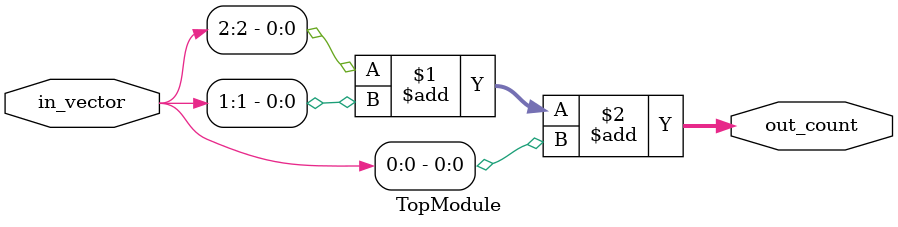
<source format=sv>
module TopModule (
    input  [2:0] in_vector,
    output [1:0] out_count
);

    assign out_count = in_vector[2] + in_vector[1] + in_vector[0];

endmodule
</source>
